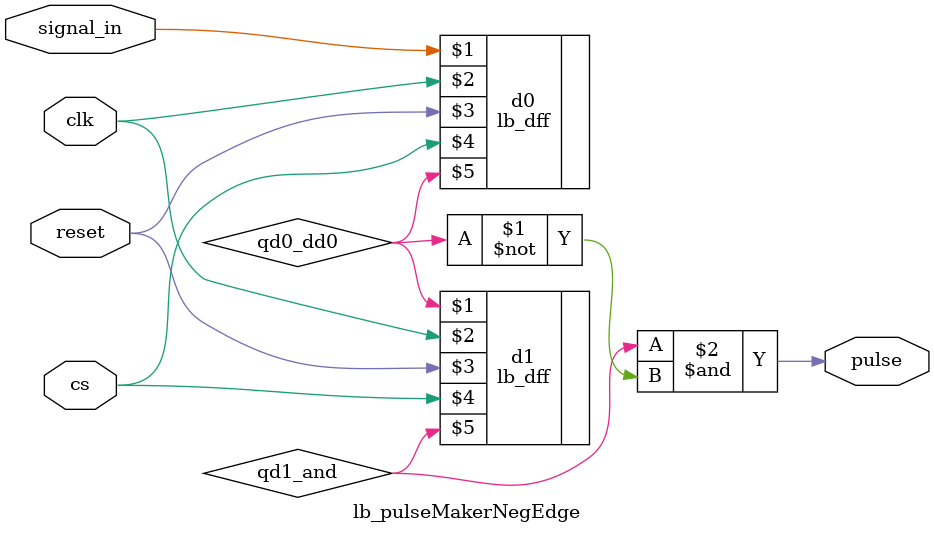
<source format=v>
`timescale 1ns / 1ps
module lb_pulseMakerNegEdge(
    input clk,			//clock
    input signal_in,    //signal which the module is going to identifie the transition
	input reset,	    //reset (negedge)
	input cs,			//chip select
    output wire pulse   //pulse generated.
    );
	
	wire qd0_dd0;
	wire qd1_and;
	//		  D,   clk,  reset,  Q
	lb_dff d0(signal_in, clk, reset, cs, qd0_dd0),
		   d1(qd0_dd0, clk, reset, cs, qd1_and);
	
	assign pulse = (qd1_and & (~qd0_dd0));  
	
endmodule


</source>
